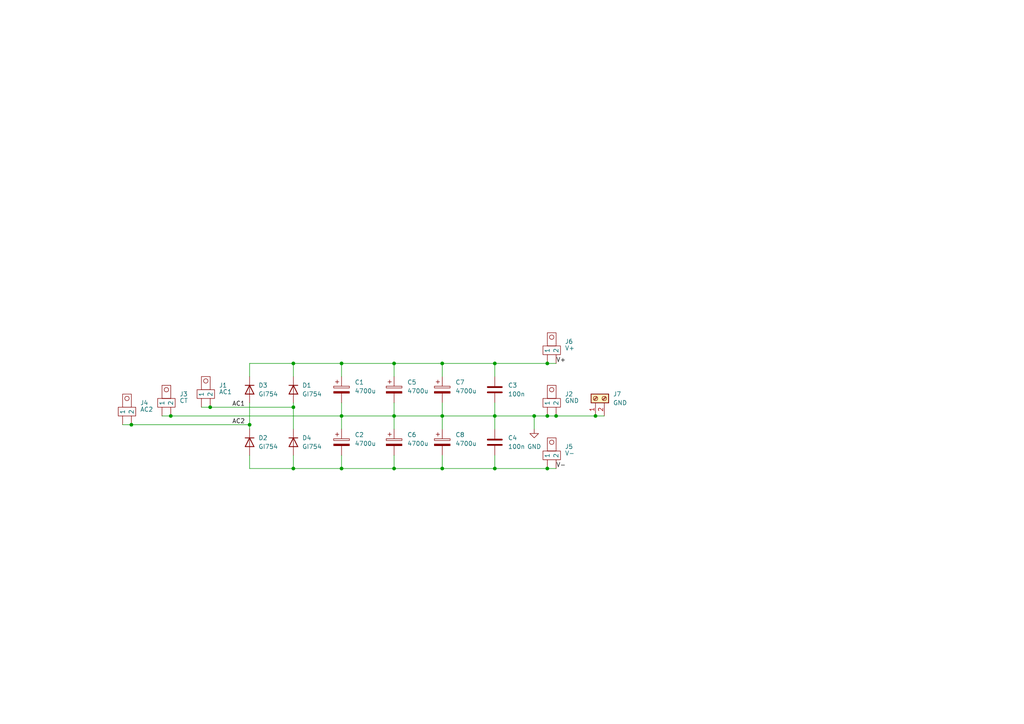
<source format=kicad_sch>
(kicad_sch (version 20250114) (generator "eeschema") (generator_version "9.0")
  (paper "A4")
  (lib_symbols
    (symbol "Connector:Screw_Terminal_01x02" (pin_names (offset 1.016) (hide yes))
      (property "Reference" "J" (at 0 2.54 0))
      (property "Value" "Screw_Terminal_01x02" (at 0 -5.08 0))
      (symbol "Screw_Terminal_01x02_1_1"
        (rectangle (start -1.27 1.27) (end 1.27 -3.81) (stroke (width 0.254)) (fill (type background)))
        (polyline (pts (xy -0.5334 0.3302) (xy 0.3302 -0.508)) (stroke (width 0.1524)))
        (polyline (pts (xy -0.5334 -2.2098) (xy 0.3302 -3.048)) (stroke (width 0.1524)))
        (polyline (pts (xy -0.3556 0.508) (xy 0.508 -0.3302)) (stroke (width 0.1524)))
        (polyline (pts (xy -0.3556 -2.032) (xy 0.508 -2.8702)) (stroke (width 0.1524)))
        (circle (center 0 0) (radius 0.635) (stroke (width 0.1524)))
        (circle (center 0 -2.54) (radius 0.635) (stroke (width 0.1524)))
        (pin passive line (at -5.08 0 0) (length 3.81) (name "Pin_1") (number "1"))
        (pin passive line (at -5.08 -2.54 0) (length 3.81) (name "Pin_2") (number "2"))
      )
    )
    (symbol "CustomSymbols:Spade_Connector" (pin_numbers (hide yes))
      (property "Reference" "J" (at 0 2.54 0))
      (symbol "Spade_Connector_0_1"
        (rectangle (start -2.54 0) (end 0 -5.08))
        (rectangle (start 0 -1.27) (end 3.81 -3.81))
        (circle (center 2.54 -2.54) (radius 0.635))
      )
      (symbol "Spade_Connector_1_1"
        (pin passive line (at -5.08 -1.27 0) (length 2.54) (name "1") (number "1"))
        (pin passive line (at -5.08 -3.81 0) (length 2.54) (name "2") (number "2"))
      )
    )
    (symbol "Device:C" (pin_numbers (hide yes)) (pin_names (offset 0.254))
      (property "Reference" "C" (at 0.635 2.54 0))
      (property "Value" "C" (at 0.635 -2.54 0))
      (symbol "C_0_1"
        (polyline (pts (xy -2.032 0.762) (xy 2.032 0.762)) (stroke (width 0.508)))
        (polyline (pts (xy -2.032 -0.762) (xy 2.032 -0.762)) (stroke (width 0.508)))
      )
      (symbol "C_1_1"
        (pin passive line (at 0 3.81 270) (length 2.794) (name "~") (number "1"))
        (pin passive line (at 0 -3.81 90) (length 2.794) (name "~") (number "2"))
      )
    )
    (symbol "Device:C_Polarized" (pin_numbers (hide yes)) (pin_names (offset 0.254))
      (property "Reference" "C" (at 0.635 2.54 0))
      (property "Value" "C_Polarized" (at 0.635 -2.54 0))
      (symbol "C_Polarized_0_1"
        (rectangle (start -2.286 0.508) (end 2.286 1.016))
        (polyline (pts (xy -1.778 2.286) (xy -0.762 2.286)))
        (polyline (pts (xy -1.27 2.794) (xy -1.27 1.778)))
        (rectangle (start 2.286 -0.508) (end -2.286 -1.016) (fill (type outline)))
      )
      (symbol "C_Polarized_1_1"
        (pin passive line (at 0 3.81 270) (length 2.794) (name "~") (number "1"))
        (pin passive line (at 0 -3.81 90) (length 2.794) (name "~") (number "2"))
      )
    )
    (symbol "Device:D" (pin_numbers (hide yes)) (pin_names (offset 1.016) (hide yes))
      (property "Reference" "D" (at 0 2.54 0))
      (property "Value" "D" (at 0 -2.54 0))
      (symbol "D_0_1"
        (polyline (pts (xy -1.27 1.27) (xy -1.27 -1.27)) (stroke (width 0.254)))
        (polyline (pts (xy 1.27 1.27) (xy 1.27 -1.27) (xy -1.27 0) (xy 1.27 1.27)) (stroke (width 0.254)))
        (polyline (pts (xy 1.27 0) (xy -1.27 0)))
      )
      (symbol "D_1_1"
        (pin passive line (at -3.81 0 0) (length 2.54) (name "K") (number "1"))
        (pin passive line (at 3.81 0 180) (length 2.54) (name "A") (number "2"))
      )
    )
    (symbol "power:GND" (power) (pin_numbers (hide yes)) (pin_names (offset 0) (hide yes))
      (property "Value" "GND" (at 0 -3.81 0))
      (symbol "GND_0_1"
        (polyline (pts (xy 0 0) (xy 0 -1.27) (xy 1.27 -1.27) (xy 0 -2.54) (xy -1.27 -1.27) (xy 0 -1.27)))
      )
      (symbol "GND_1_1"
        (pin power_in line (at 0 0 270) (length 0) (name "~") (number "1"))
      )
    )
  )
  (junction (at 128.27 105.41))
  (junction (at 114.3 135.89))
  (junction (at 99.06 105.41))
  (junction (at 161.29 120.65))
  (junction (at 154.94 120.65))
  (junction (at 128.27 120.65))
  (junction (at 99.06 120.65))
  (junction (at 114.3 120.65))
  (junction (at 143.51 135.89))
  (junction (at 85.09 105.41))
  (junction (at 128.27 135.89))
  (junction (at 158.75 120.65))
  (junction (at 60.96 118.11))
  (junction (at 72.39 123.19))
  (junction (at 143.51 105.41))
  (junction (at 49.53 120.65))
  (junction (at 158.75 135.89))
  (junction (at 158.75 105.41))
  (junction (at 85.09 118.11))
  (junction (at 114.3 105.41))
  (junction (at 85.09 135.89))
  (junction (at 99.06 135.89))
  (junction (at 38.1 123.19))
  (junction (at 172.72 120.65))
  (junction (at 143.51 120.65))
  (wire (pts (xy 35.56 123.19) (xy 38.1 123.19)))
  (wire (pts (xy 99.06 132.08) (xy 99.06 135.89)))
  (wire (pts (xy 128.27 105.41) (xy 143.51 105.41)))
  (wire (pts (xy 85.09 132.08) (xy 85.09 135.89)))
  (wire (pts (xy 99.06 116.84) (xy 99.06 120.65)))
  (wire (pts (xy 72.39 135.89) (xy 72.39 132.08)))
  (wire (pts (xy 128.27 135.89) (xy 114.3 135.89)))
  (wire (pts (xy 60.96 118.11) (xy 85.09 118.11)))
  (wire (pts (xy 143.51 105.41) (xy 158.75 105.41)))
  (wire (pts (xy 46.99 120.65) (xy 49.53 120.65)))
  (wire (pts (xy 158.75 135.89) (xy 161.29 135.89)))
  (wire (pts (xy 158.75 120.65) (xy 161.29 120.65)))
  (wire (pts (xy 154.94 120.65) (xy 154.94 124.46)))
  (wire (pts (xy 158.75 105.41) (xy 161.29 105.41)))
  (wire (pts (xy 128.27 120.65) (xy 143.51 120.65)))
  (wire (pts (xy 85.09 116.84) (xy 85.09 118.11)))
  (wire (pts (xy 85.09 105.41) (xy 85.09 109.22)))
  (wire (pts (xy 114.3 135.89) (xy 99.06 135.89)))
  (wire (pts (xy 85.09 105.41) (xy 99.06 105.41)))
  (wire (pts (xy 161.29 120.65) (xy 172.72 120.65)))
  (wire (pts (xy 128.27 116.84) (xy 128.27 120.65)))
  (wire (pts (xy 85.09 118.11) (xy 85.09 124.46)))
  (wire (pts (xy 114.3 120.65) (xy 114.3 124.46)))
  (wire (pts (xy 114.3 105.41) (xy 114.3 109.22)))
  (wire (pts (xy 154.94 120.65) (xy 158.75 120.65)))
  (wire (pts (xy 143.51 132.08) (xy 143.51 135.89)))
  (wire (pts (xy 72.39 116.84) (xy 72.39 123.19)))
  (wire (pts (xy 128.27 105.41) (xy 128.27 109.22)))
  (wire (pts (xy 143.51 116.84) (xy 143.51 120.65)))
  (wire (pts (xy 58.42 118.11) (xy 60.96 118.11)))
  (wire (pts (xy 143.51 135.89) (xy 128.27 135.89)))
  (wire (pts (xy 99.06 135.89) (xy 85.09 135.89)))
  (wire (pts (xy 99.06 120.65) (xy 99.06 124.46)))
  (wire (pts (xy 49.53 120.65) (xy 99.06 120.65)))
  (wire (pts (xy 128.27 120.65) (xy 128.27 124.46)))
  (wire (pts (xy 143.51 120.65) (xy 154.94 120.65)))
  (wire (pts (xy 143.51 105.41) (xy 143.51 109.22)))
  (wire (pts (xy 72.39 105.41) (xy 72.39 109.22)))
  (wire (pts (xy 172.72 120.65) (xy 175.26 120.65)))
  (wire (pts (xy 114.3 120.65) (xy 128.27 120.65)))
  (wire (pts (xy 143.51 120.65) (xy 143.51 124.46)))
  (wire (pts (xy 72.39 123.19) (xy 72.39 124.46)))
  (wire (pts (xy 99.06 105.41) (xy 114.3 105.41)))
  (wire (pts (xy 114.3 132.08) (xy 114.3 135.89)))
  (wire (pts (xy 114.3 105.41) (xy 128.27 105.41)))
  (wire (pts (xy 72.39 105.41) (xy 85.09 105.41)))
  (wire (pts (xy 114.3 116.84) (xy 114.3 120.65)))
  (wire (pts (xy 38.1 123.19) (xy 72.39 123.19)))
  (wire (pts (xy 128.27 132.08) (xy 128.27 135.89)))
  (wire (pts (xy 99.06 109.22) (xy 99.06 105.41)))
  (wire (pts (xy 99.06 120.65) (xy 114.3 120.65)))
  (wire (pts (xy 72.39 135.89) (xy 85.09 135.89)))
  (wire (pts (xy 143.51 135.89) (xy 158.75 135.89)))
  (label "AC1" (at 67.31 118.11 0))
  (label "AC2" (at 67.31 123.19 0))
  (label "V-" (at 161.29 135.89 0))
  (label "V+" (at 161.29 105.41 0))
  (symbol (lib_id "power:GND") (at 154.94 124.46 0) (unit 1)
    (property "Reference" "#PWR01" (effects (hide yes)))
    (property "Value" "GND" (at 154.94 129.54 0))
    (property "Description" "Power symbol creates a global label with name \"GND\" , ground" (effects (hide yes)))
  )
  (symbol (lib_id "Device:C_Polarized") (at 99.06 113.03 0) (unit 1)
    (property "Reference" "C1" (at 102.87 110.8709 0) (effects (justify left)))
    (property "Value" "4700u" (at 102.87 113.4109 0) (effects (justify left)))
    (property "Footprint" "Capacitor_THT:CP_Radial_D18.0mm_P7.50mm" (effects (hide yes)))
    (property "Description" "Polarized capacitor" (effects (hide yes)))
  )
  (symbol (lib_id "Device:D") (at 72.39 113.03 270) (unit 1)
    (property "Reference" "D3" (at 74.93 111.7599 90) (effects (justify left)))
    (property "Value" "GI754" (at 74.93 114.2999 90) (effects (justify left)))
    (property "Footprint" "Diode_THT:D_P600_R-6_P12.70mm_Horizontal" (effects (hide yes)))
    (property "Description" "Diode" (effects (hide yes)))
    (property "Sim.Device" "D" (effects (hide yes)))
    (property "Sim.Pins" "1=K 2=A" (effects (hide yes)))
  )
  (symbol (lib_id "CustomSymbols:Spade_Connector") (at 157.48 130.81 90) (unit 1)
    (property "Reference" "J5" (at 163.83 129.5399 90) (effects (justify right)))
    (property "Value" "V-" (at 163.83 131.445 90) (effects (justify right)))
    (property "Footprint" "Custom:Spade Connector" (effects (hide yes)))
  )
  (symbol (lib_id "Connector:Screw_Terminal_01x02") (at 172.72 115.57 90) (unit 1)
    (property "Reference" "J7" (at 177.8 114.2999 90) (effects (justify right)))
    (property "Value" "GND" (at 177.8 116.8399 90) (effects (justify right)))
    (property "Footprint" "TerminalBlock_Phoenix:TerminalBlock_Phoenix_MKDS-1,5-2_1x02_P5.00mm_Horizontal" (effects (hide yes)))
    (property "Description" "Generic screw terminal, single row, 01x02, script generated (kicad-library-utils/schlib/autogen/connector/)" (effects (hide yes)))
  )
  (symbol (lib_id "Device:C_Polarized") (at 99.06 128.27 0) (unit 1)
    (property "Reference" "C2" (at 102.87 126.1109 0) (effects (justify left)))
    (property "Value" "4700u" (at 102.87 128.6509 0) (effects (justify left)))
    (property "Footprint" "Capacitor_THT:CP_Radial_D18.0mm_P7.50mm" (effects (hide yes)))
    (property "Description" "Polarized capacitor" (effects (hide yes)))
  )
  (symbol (lib_id "Device:C_Polarized") (at 114.3 128.27 0) (unit 1)
    (property "Reference" "C6" (at 118.11 126.1109 0) (effects (justify left)))
    (property "Value" "4700u" (at 118.11 128.6509 0) (effects (justify left)))
    (property "Footprint" "Capacitor_THT:CP_Radial_D18.0mm_P7.50mm" (effects (hide yes)))
    (property "Description" "Polarized capacitor" (effects (hide yes)))
  )
  (symbol (lib_id "CustomSymbols:Spade_Connector") (at 57.15 113.03 90) (unit 1)
    (property "Reference" "J1" (at 63.5 111.7599 90) (effects (justify right)))
    (property "Value" "AC1" (at 63.5 113.665 90) (effects (justify right)))
    (property "Footprint" "Custom:Spade Connector" (effects (hide yes)))
  )
  (symbol (lib_id "CustomSymbols:Spade_Connector") (at 34.29 118.11 90) (unit 1)
    (property "Reference" "J4" (at 40.64 116.8399 90) (effects (justify right)))
    (property "Value" "AC2" (at 40.64 118.745 90) (effects (justify right)))
    (property "Footprint" "Custom:Spade Connector" (effects (hide yes)))
  )
  (symbol (lib_id "Device:C") (at 143.51 113.03 0) (unit 1)
    (property "Reference" "C3" (at 147.32 111.7599 0) (effects (justify left)))
    (property "Value" "100n" (at 147.32 114.2999 0) (effects (justify left)))
    (property "Footprint" "Capacitor_THT:C_Rect_L7.2mm_W5.5mm_P5.00mm_FKS2_FKP2_MKS2_MKP2" (effects (hide yes)))
    (property "Description" "Unpolarized capacitor" (effects (hide yes)))
  )
  (symbol (lib_id "CustomSymbols:Spade_Connector") (at 157.48 100.33 90) (unit 1)
    (property "Reference" "J6" (at 163.83 99.0599 90) (effects (justify right)))
    (property "Value" "V+" (at 163.83 100.965 90) (effects (justify right)))
    (property "Footprint" "Custom:Spade Connector" (effects (hide yes)))
  )
  (symbol (lib_id "Device:C_Polarized") (at 128.27 113.03 0) (unit 1)
    (property "Reference" "C7" (at 132.08 110.8709 0) (effects (justify left)))
    (property "Value" "4700u" (at 132.08 113.4109 0) (effects (justify left)))
    (property "Footprint" "Capacitor_THT:CP_Radial_D18.0mm_P7.50mm" (effects (hide yes)))
    (property "Description" "Polarized capacitor" (effects (hide yes)))
  )
  (symbol (lib_id "CustomSymbols:Spade_Connector") (at 157.48 115.57 90) (unit 1)
    (property "Reference" "J2" (at 163.83 114.2999 90) (effects (justify right)))
    (property "Value" "GND" (at 163.83 116.205 90) (effects (justify right)))
    (property "Footprint" "Custom:Spade Connector" (effects (hide yes)))
  )
  (symbol (lib_id "Device:D") (at 85.09 113.03 270) (unit 1)
    (property "Reference" "D1" (at 87.63 111.7599 90) (effects (justify left)))
    (property "Value" "GI754" (at 87.63 114.2999 90) (effects (justify left)))
    (property "Footprint" "Diode_THT:D_P600_R-6_P12.70mm_Horizontal" (effects (hide yes)))
    (property "Description" "Diode" (effects (hide yes)))
    (property "Sim.Device" "D" (effects (hide yes)))
    (property "Sim.Pins" "1=K 2=A" (effects (hide yes)))
  )
  (symbol (lib_id "Device:D") (at 85.09 128.27 270) (unit 1)
    (property "Reference" "D4" (at 87.63 126.9999 90) (effects (justify left)))
    (property "Value" "GI754" (at 87.63 129.5399 90) (effects (justify left)))
    (property "Footprint" "Diode_THT:D_P600_R-6_P12.70mm_Horizontal" (effects (hide yes)))
    (property "Description" "Diode" (effects (hide yes)))
    (property "Sim.Device" "D" (effects (hide yes)))
    (property "Sim.Pins" "1=K 2=A" (effects (hide yes)))
  )
  (symbol (lib_id "Device:C") (at 143.51 128.27 0) (unit 1)
    (property "Reference" "C4" (at 147.32 126.9999 0) (effects (justify left)))
    (property "Value" "100n" (at 147.32 129.5399 0) (effects (justify left)))
    (property "Footprint" "Capacitor_THT:C_Rect_L7.2mm_W5.5mm_P5.00mm_FKS2_FKP2_MKS2_MKP2" (effects (hide yes)))
    (property "Description" "Unpolarized capacitor" (effects (hide yes)))
  )
  (symbol (lib_id "Device:C_Polarized") (at 128.27 128.27 0) (unit 1)
    (property "Reference" "C8" (at 132.08 126.1109 0) (effects (justify left)))
    (property "Value" "4700u" (at 132.08 128.6509 0) (effects (justify left)))
    (property "Footprint" "Capacitor_THT:CP_Radial_D18.0mm_P7.50mm" (effects (hide yes)))
    (property "Description" "Polarized capacitor" (effects (hide yes)))
  )
  (symbol (lib_id "CustomSymbols:Spade_Connector") (at 45.72 115.57 90) (unit 1)
    (property "Reference" "J3" (at 52.07 114.2999 90) (effects (justify right)))
    (property "Value" "CT" (at 52.07 116.205 90) (effects (justify right)))
    (property "Footprint" "Custom:Spade Connector" (effects (hide yes)))
  )
  (symbol (lib_id "Device:D") (at 72.39 128.27 270) (unit 1)
    (property "Reference" "D2" (at 74.93 126.9999 90) (effects (justify left)))
    (property "Value" "GI754" (at 74.93 129.5399 90) (effects (justify left)))
    (property "Footprint" "Diode_THT:D_P600_R-6_P12.70mm_Horizontal" (effects (hide yes)))
    (property "Description" "Diode" (effects (hide yes)))
    (property "Sim.Device" "D" (effects (hide yes)))
    (property "Sim.Pins" "1=K 2=A" (effects (hide yes)))
  )
  (symbol (lib_id "Device:C_Polarized") (at 114.3 113.03 0) (unit 1)
    (property "Reference" "C5" (at 118.11 110.8709 0) (effects (justify left)))
    (property "Value" "4700u" (at 118.11 113.4109 0) (effects (justify left)))
    (property "Footprint" "Capacitor_THT:CP_Radial_D18.0mm_P7.50mm" (effects (hide yes)))
    (property "Description" "Polarized capacitor" (effects (hide yes)))
  )
)
</source>
